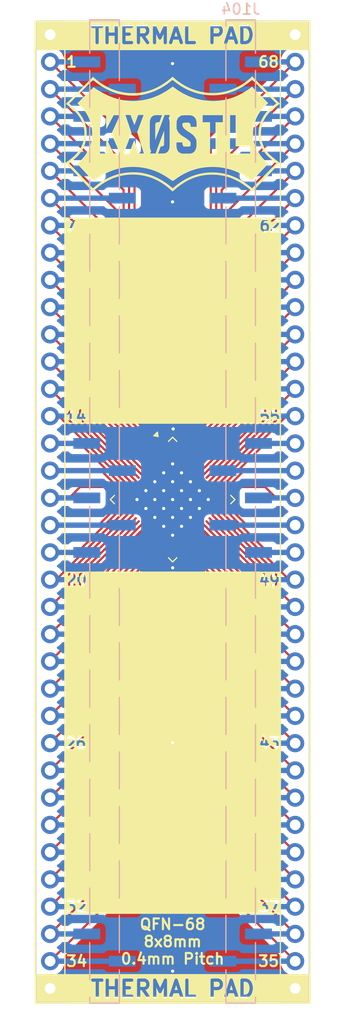
<source format=kicad_pcb>
(kicad_pcb (version 20241229) (generator "pcbnew") (generator_version "9.0")
  (layers (0 "F.Cu" signal) (2 "B.Cu" signal) (13 "F.Paste" user) (15 "B.Paste" user) (5 "F.SilkS" user "F.Silkscreen") (7 "B.SilkS" user "B.Silkscreen") (1 "F.Mask" user) (3 "B.Mask" user) (25 "Edge.Cuts" user))
  (net 0 "")
  (net 1 "/69")
  (net 2 "/27")
  (net 3 "/10")
  (net 4 "/3")
  (net 5 "/6")
  (net 6 "/8")
  (net 7 "/1")
  (net 8 "/31")
  (net 9 "/7")
  (net 10 "/28")
  (net 11 "/2")
  (net 12 "/32")
  (net 13 "/24")
  (net 14 "/23")
  (net 15 "/19")
  (net 16 "/20")
  (net 17 "/18")
  (net 18 "/9")
  (net 19 "/14")
  (net 20 "/34")
  (net 21 "/26")
  (net 22 "/21")
  (net 23 "/16")
  (net 24 "/29")
  (net 25 "/15")
  (net 26 "/25")
  (net 27 "/30")
  (net 28 "/33")
  (net 29 "/17")
  (net 30 "/5")
  (net 31 "/4")
  (net 32 "/13")
  (net 33 "/12")
  (net 34 "/11")
  (net 35 "/22")
  (net 36 "/52")
  (net 37 "/64")
  (net 38 "/43")
  (net 39 "/40")
  (net 40 "/56")
  (net 41 "/57")
  (net 42 "/59")
  (net 43 "/66")
  (net 44 "/54")
  (net 45 "/41")
  (net 46 "/60")
  (net 47 "/55")
  (net 48 "/48")
  (net 49 "/68")
  (net 50 "/35")
  (net 51 "/37")
  (net 52 "/67")
  (net 53 "/53")
  (net 54 "/51")
  (net 55 "/49")
  (net 56 "/45")
  (net 57 "/63")
  (net 58 "/47")
  (net 59 "/39")
  (net 60 "/65")
  (net 61 "/46")
  (net 62 "/44")
  (net 63 "/58")
  (net 64 "/42")
  (net 65 "/62")
  (net 66 "/38")
  (net 67 "/61")
  (net 68 "/36")
  (net 69 "/50")
  (footprint "Package_DFN_QFN:QFN-68-1EP_8x8mm_P0.4mm_EP5.2x5.2mm_ThermalVias" (layer "F.Cu") (at 138.43 119.534679 -45)
    (property "Reference" "U101" (hide yes))
    (property "Value" "QFN-68")
  )
  (footprint "libraries:LogoSmall" (layer "F.Cu") (at 138.43 85.457121)
    (property "Reference" "G***" (hide yes))
    (property "Value" "LOGO" (hide yes))
  )
  (footprint "Connector_PinHeader_2.54mm:PinHeader_1x36_P2.54mm_Vertical" (layer "F.Cu") (at 127 76.2)
    (property "Reference" "J101" (hide yes))
    (property "Value" "Conn_01x36")
  )
  (footprint "Connector_PinHeader_2.54mm:PinHeader_1x36_P2.54mm_Vertical" (layer "F.Cu") (at 149.86 76.2)
    (property "Reference" "J102" (hide yes))
    (property "Value" "Conn_01x36")
  )
  (footprint "Connector_PinHeader_2.54mm:PinHeader_1x36_P2.54mm_Vertical_SMD_Pin1Left" (layer "B.Cu") (at 132.08 120.65 180)
    (property "Reference" "J103" (hide yes))
    (property "Value" "Conn_01x36")
  )
  (footprint "Connector_PinHeader_2.54mm:PinHeader_1x36_P2.54mm_Vertical_SMD_Pin1Right" (layer "B.Cu") (at 144.78 120.65 180)
    (property "Reference" "J104")
    (property "Value" "Conn_01x36")
  )
  (gr_rect (start 129.42 93.3) (end 131.52 95.3) (stroke (width 0.1)) (fill yes) (layer "F.SilkS"))
  (gr_rect (start 146.067 74.93) (end 151.24 77.59725) (stroke (width 0.1)) (fill yes) (layer "F.SilkS"))
  (gr_rect (start 128.443605 142.855) (end 148.411941 156.75) (stroke (width 0.1)) (fill yes) (layer "F.SilkS"))
  (gr_rect (start 130.41 93.3) (end 146.56 112.42) (stroke (width 0.1)) (fill yes) (layer "F.SilkS"))
  (gr_rect (start 125.62 163.81275) (end 130.6915 166.48) (stroke (width 0.1)) (fill yes) (layer "F.SilkS"))
  (gr_rect (start 130.375832 126.29) (end 146.474168 158.1) (stroke (width 0.1)) (fill yes) (layer "F.SilkS"))
  (gr_rect (start 128.435832 127.69) (end 148.404168 141.475) (stroke (width 0.1)) (fill yes) (layer "F.SilkS"))
  (gr_rect (start 130.5645 163.81275) (end 146.87125 164.09215) (stroke (width 0.1)) (fill yes) (layer "F.SilkS"))
  (gr_rect (start 130.49675 77.19085) (end 146.1685 77.59725) (stroke (width 0.1)) (fill yes) (layer "F.SilkS"))
  (gr_rect (start 130.2935 74.93) (end 147.48925 75.2094) (stroke (width 0.1)) (fill yes) (layer "F.SilkS"))
  (gr_rect (start 146.0585 163.81275) (end 151.257 166.48) (stroke (width 0.1)) (fill yes) (layer "F.SilkS"))
  (gr_rect (start 128.417739 94.66) (end 148.458532 111.01) (stroke (width 0.1)) (fill yes) (layer "F.SilkS"))
  (gr_rect (start 129.87875 166.0736) (end 146.4395 166.48) (stroke (width 0.1)) (fill yes) (layer "F.SilkS"))
  (gr_rect (start 125.603 74.93) (end 130.73375 77.59725) (stroke (width 0.1)) (fill yes) (layer "F.SilkS"))
  (gr_rect (start 125.73 74.93) (end 151.13 166.37) (stroke (width 0.05)) (fill no) (layer "Edge.Cuts"))
  (gr_text "62" (at 148.587739 94.012949 0) (layer "F.SilkS" knockout) (effects (font (size 1 1) (thickness 0.2) (bold yes)) (justify right)))
  (gr_text "1" (at 128.397 78.74 0) (layer "F.SilkS") (effects (font (size 1 1) (thickness 0.2) (bold yes)) (justify left)))
  (gr_text "7" (at 128.31 94.01 0) (layer "F.SilkS" knockout) (effects (font (size 1 1) (thickness 0.2) (bold yes)) (justify left)))
  (gr_text "37" (at 148.51 157.49 0) (layer "F.SilkS" knockout) (effects (font (size 1 1) (thickness 0.2) (bold yes)) (justify right)))
  (gr_text "35" (at 148.463 162.56 0) (layer "F.SilkS") (effects (font (size 1 1) (thickness 0.2) (bold yes)) (justify right)))
  (gr_text "43" (at 148.54 142.22 0) (layer "F.SilkS" knockout) (effects (font (size 1 1) (thickness 0.2) (bold yes)) (justify right)))
  (gr_text "34" (at 128.397 162.56 0) (layer "F.SilkS") (effects (font (size 1 1) (thickness 0.2) (bold yes)) (justify left)))
  (gr_text "THERMAL PAD" (at 138.4215 76.263625 0) (layer "F.SilkS" knockout) (effects (font (size 1.5 1.5) (thickness 0.3))))
  (gr_text "55" (at 148.587739 111.81 0) (layer "F.SilkS" knockout) (effects (font (size 1 1) (thickness 0.2) (bold yes)) (justify right)))
  (gr_text "QFN-68\n8x8mm\n0.4mm Pitch" (at 138.43 162.928819 0) (layer "F.SilkS") (effects (font (size 1 1) (thickness 0.2) (bold yes)) (justify bottom)))
  (gr_text "32" (at 128.364 157.49 0) (layer "F.SilkS" knockout) (effects (font (size 1 1) (thickness 0.2) (bold yes)) (justify left)))
  (gr_text "26" (at 128.31 142.24 0) (layer "F.SilkS" knockout) (effects (font (size 1 1) (thickness 0.2) (bold yes)) (justify left)))
  (gr_text "49" (at 148.54 127.06 0) (layer "F.SilkS" knockout) (effects (font (size 1 1) (thickness 0.2) (bold yes)) (justify right)))
  (gr_text "THERMAL PAD" (at 138.4385 165.146375 0) (layer "F.SilkS" knockout) (effects (font (size 1.5 1.5) (thickness 0.3))))
  (gr_text "68" (at 148.463 78.74 0) (layer "F.SilkS") (effects (font (size 1 1) (thickness 0.2) (bold yes)) (justify right)))
  (gr_text "20" (at 128.37 127.01 0) (layer "F.SilkS" knockout) (effects (font (size 1 1) (thickness 0.2) (bold yes)) (justify left)))
  (gr_text "14" (at 128.31 111.807051 0) (layer "F.SilkS" knockout) (effects (font (size 1 1) (thickness 0.2) (bold yes)) (justify left)))
  (segment (start 127 165.1) (end 130.425 165.1) (width 0.5) (layer "B.Cu") (net 1))
  (segment (start 143.125 76.2) (end 149.86 76.2) (width 0.5) (layer "B.Cu") (net 1))
  (segment (start 133.735 76.2) (end 127 76.2) (width 0.5) (layer "B.Cu") (net 1))
  (segment (start 146.435 165.1) (end 149.86 165.1) (width 0.5) (layer "B.Cu") (net 1))
  (segment (start 131.826 139.954) (end 127 144.78) (width 0.2) (layer "F.Cu") (net 2))
  (segment (start 135.749005 122.78136) (end 131.826 126.704365) (width 0.2) (layer "F.Cu") (net 2))
  (segment (start 131.826 126.704365) (end 131.826 139.954) (width 0.2) (layer "F.Cu") (net 2))
  (segment (start 130.425 144.78) (end 127 144.78) (width 0.5) (layer "B.Cu") (net 2))
  (segment (start 135.183319 116.853684) (end 130.302 111.972365) (width 0.2) (layer "F.Cu") (net 3))
  (segment (start 130.302 104.902) (end 127 101.6) (width 0.2) (layer "F.Cu") (net 3))
  (segment (start 130.302 111.972365) (end 130.302 104.902) (width 0.2) (layer "F.Cu") (net 3))
  (segment (start 133.735 101.6) (end 127 101.6) (width 0.5) (layer "B.Cu") (net 3))
  (segment (start 133.858 90.678) (end 127 83.82) (width 0.2) (layer "F.Cu") (net 4))
  (segment (start 133.858 111.568567) (end 133.858 90.678) (width 0.2) (layer "F.Cu") (net 4))
  (segment (start 137.163218 114.873785) (end 133.858 111.568567) (width 0.2) (layer "F.Cu") (net 4))
  (segment (start 127 83.82) (end 130.425 83.82) (width 0.5) (layer "B.Cu") (net 4))
  (segment (start 132.334 96.774) (end 127 91.44) (width 0.2) (layer "F.Cu") (net 5))
  (segment (start 136.31469 115.722313) (end 132.334 111.741623) (width 0.2) (layer "F.Cu") (net 5))
  (segment (start 132.334 111.741623) (end 132.334 96.774) (width 0.2) (layer "F.Cu") (net 5))
  (segment (start 133.735 91.44) (end 127 91.44) (width 0.5) (layer "B.Cu") (net 5))
  (segment (start 135.749005 116.287998) (end 131.318 111.856993) (width 0.2) (layer "F.Cu") (net 6))
  (segment (start 131.318 111.856993) (end 131.318 100.838) (width 0.2) (layer "F.Cu") (net 6))
  (segment (start 131.318 100.838) (end 127 96.52) (width 0.2) (layer "F.Cu") (net 6))
  (segment (start 133.735 96.52) (end 127 96.52) (width 0.5) (layer "B.Cu") (net 6))
  (segment (start 134.874 111.453195) (end 134.874 86.614) (width 0.2) (layer "F.Cu") (net 7))
  (segment (start 134.874 86.614) (end 127 78.74) (width 0.2) (layer "F.Cu") (net 7))
  (segment (start 137.728904 114.308099) (end 134.874 111.453195) (width 0.2) (layer "F.Cu") (net 7))
  (segment (start 130.425 78.74) (end 127 78.74) (width 0.5) (layer "B.Cu") (net 7))
  (segment (start 133.858 126.935107) (end 133.858 148.082) (width 0.2) (layer "F.Cu") (net 8))
  (segment (start 133.858 148.082) (end 127 154.94) (width 0.2) (layer "F.Cu") (net 8))
  (segment (start 136.880376 123.912731) (end 133.858 126.935107) (width 0.2) (layer "F.Cu") (net 8))
  (segment (start 127 154.94) (end 130.425 154.94) (width 0.5) (layer "B.Cu") (net 8))
  (segment (start 131.826 111.799309) (end 131.826 98.806) (width 0.2) (layer "F.Cu") (net 9))
  (segment (start 136.031847 116.005156) (end 131.826 111.799309) (width 0.2) (layer "F.Cu") (net 9))
  (segment (start 131.826 98.806) (end 127 93.98) (width 0.2) (layer "F.Cu") (net 9))
  (segment (start 127 93.98) (end 130.425 93.98) (width 0.5) (layer "B.Cu") (net 9))
  (segment (start 132.334 126.762049) (end 132.334 141.986) (width 0.2) (layer "F.Cu") (net 10))
  (segment (start 136.031847 123.064202) (end 132.334 126.762049) (width 0.2) (layer "F.Cu") (net 10))
  (segment (start 132.334 141.986) (end 127 147.32) (width 0.2) (layer "F.Cu") (net 10))
  (segment (start 133.735 147.32) (end 127 147.32) (width 0.5) (layer "B.Cu") (net 10))
  (segment (start 137.446061 114.590942) (end 134.366 111.510881) (width 0.2) (layer "F.Cu") (net 11))
  (segment (start 134.366 111.510881) (end 134.366 88.646) (width 0.2) (layer "F.Cu") (net 11))
  (segment (start 134.366 88.646) (end 127 81.28) (width 0.2) (layer "F.Cu") (net 11))
  (segment (start 133.735 81.28) (end 127 81.28) (width 0.5) (layer "B.Cu") (net 11))
  (segment (start 134.366 126.992791) (end 134.366 150.114) (width 0.2) (layer "F.Cu") (net 12))
  (segment (start 134.366 150.114) (end 127 157.48) (width 0.2) (layer "F.Cu") (net 12))
  (segment (start 137.163218 124.195573) (end 134.366 126.992791) (width 0.2) (layer "F.Cu") (net 12))
  (segment (start 133.735 157.48) (end 127 157.48) (width 0.5) (layer "B.Cu") (net 12))
  (segment (start 130.302 126.531309) (end 130.302 133.858) (width 0.2) (layer "F.Cu") (net 13))
  (segment (start 134.900477 121.932832) (end 130.302 126.531309) (width 0.2) (layer "F.Cu") (net 13))
  (segment (start 130.302 133.858) (end 127 137.16) (width 0.2) (layer "F.Cu") (net 13))
  (segment (start 127 137.16) (end 133.735 137.16) (width 0.5) (layer "B.Cu") (net 13))
  (segment (start 134.617634 121.649989) (end 129.794 126.473623) (width 0.2) (layer "F.Cu") (net 14))
  (segment (start 129.794 131.826) (end 127 134.62) (width 0.2) (layer "F.Cu") (net 14))
  (segment (start 129.794 126.473623) (end 129.794 131.826) (width 0.2) (layer "F.Cu") (net 14))
  (segment (start 130.425 134.62) (end 127 134.62) (width 0.5) (layer "B.Cu") (net 14))
  (segment (start 133.486263 120.518618) (end 129.544881 124.46) (width 0.2) (layer "F.Cu") (net 15))
  (segment (start 129.544881 124.46) (end 127 124.46) (width 0.2) (layer "F.Cu") (net 15))
  (segment (start 130.425 124.46) (end 127 124.46) (width 0.5) (layer "B.Cu") (net 15))
  (segment (start 133.769106 120.801461) (end 127.570567 127) (width 0.2) (layer "F.Cu") (net 16))
  (segment (start 127.570567 127) (end 127 127) (width 0.2) (layer "F.Cu") (net 16))
  (segment (start 127 127) (end 133.735 127) (width 0.5) (layer "B.Cu") (net 16))
  (segment (start 131.519195 121.92) (end 127 121.92) (width 0.2) (layer "F.Cu") (net 17))
  (segment (start 133.20342 120.235775) (end 131.519195 121.92) (width 0.2) (layer "F.Cu") (net 17))
  (segment (start 127 121.92) (end 133.735 121.92) (width 0.5) (layer "B.Cu") (net 17))
  (segment (start 130.81 102.87) (end 127 99.06) (width 0.2) (layer "F.Cu") (net 18))
  (segment (start 135.466162 116.570841) (end 130.81 111.914679) (width 0.2) (layer "F.Cu") (net 18))
  (segment (start 130.81 111.914679) (end 130.81 102.87) (width 0.2) (layer "F.Cu") (net 18))
  (segment (start 127 99.06) (end 130.425 99.06) (width 0.5) (layer "B.Cu") (net 18))
  (segment (start 127.826893 111.76) (end 127 111.76) (width 0.2) (layer "F.Cu") (net 19))
  (segment (start 134.051948 117.985055) (end 127.826893 111.76) (width 0.2) (layer "F.Cu") (net 19))
  (segment (start 127 111.76) (end 133.735 111.76) (width 0.5) (layer "B.Cu") (net 19))
  (segment (start 137.728904 124.761259) (end 135.382 127.108163) (width 0.2) (layer "F.Cu") (net 20))
  (segment (start 135.382 154.178) (end 127 162.56) (width 0.2) (layer "F.Cu") (net 20))
  (segment (start 135.382 127.108163) (end 135.382 154.178) (width 0.2) (layer "F.Cu") (net 20))
  (segment (start 133.735 162.56) (end 127 162.56) (width 0.5) (layer "B.Cu") (net 20))
  (segment (start 131.318 137.922) (end 127 142.24) (width 0.2) (layer "F.Cu") (net 21))
  (segment (start 135.466162 122.498517) (end 131.318 126.646679) (width 0.2) (layer "F.Cu") (net 21))
  (segment (start 131.318 126.646679) (end 131.318 137.922) (width 0.2) (layer "F.Cu") (net 21))
  (segment (start 127 142.24) (end 133.735 142.24) (width 0.5) (layer "B.Cu") (net 21))
  (segment (start 128.778 127.762) (end 127 129.54) (width 0.2) (layer "F.Cu") (net 22))
  (segment (start 128.778 126.358251) (end 128.778 127.762) (width 0.2) (layer "F.Cu") (net 22))
  (segment (start 134.051948 121.084303) (end 128.778 126.358251) (width 0.2) (layer "F.Cu") (net 22))
  (via (at 138.42 78.9) (size 0.6) (drill 0.3) (layers "F.Cu" "B.Cu") (net 22))
  (via (at 138.432469 125.894139) (size 0.6) (drill 0.3) (layers "F.Cu" "B.Cu") (net 22))
  (via (at 138.48 112.95) (size 0.6) (drill 0.3) (layers "F.Cu" "B.Cu") (net 22))
  (via (at 138.42 91.79) (size 0.6) (drill 0.3) (layers "F.Cu" "B.Cu") (net 22))
  (via (at 138.43 163.49) (size 0.6) (drill 0.3) (layers "F.Cu" "B.Cu") (net 22))
  (via (at 138.425 142.195) (size 0.6) (drill 0.3) (layers "F.Cu" "B.Cu") (net 22))
  (segment (start 130.425 129.54) (end 127 129.54) (width 0.5) (layer "B.Cu") (net 22))
  (segment (start 133.486263 118.55074) (end 131.775523 116.84) (width 0.2) (layer "F.Cu") (net 23))
  (segment (start 131.775523 116.84) (end 127 116.84) (width 0.2) (layer "F.Cu") (net 23))
  (segment (start 127 116.84) (end 133.735 116.84) (width 0.5) (layer "B.Cu") (net 23))
  (segment (start 132.842 126.819735) (end 132.842 144.018) (width 0.2) (layer "F.Cu") (net 24))
  (segment (start 132.842 144.018) (end 127 149.86) (width 0.2) (layer "F.Cu") (net 24))
  (segment (start 136.31469 123.347045) (end 132.842 126.819735) (width 0.2) (layer "F.Cu") (net 24))
  (segment (start 127 149.86) (end 130.425 149.86) (width 0.5) (layer "B.Cu") (net 24))
  (segment (start 133.769106 118.267897) (end 129.801209 114.3) (width 0.2) (layer "F.Cu") (net 25))
  (segment (start 129.801209 114.3) (end 127 114.3) (width 0.2) (layer "F.Cu") (net 25))
  (segment (start 130.425 114.3) (end 127 114.3) (width 0.5) (layer "B.Cu") (net 25))
  (segment (start 130.81 135.89) (end 127 139.7) (width 0.2) (layer "F.Cu") (net 26))
  (segment (start 130.81 126.588993) (end 130.81 135.89) (width 0.2) (layer "F.Cu") (net 26))
  (segment (start 135.183319 122.215674) (end 130.81 126.588993) (width 0.2) (layer "F.Cu") (net 26))
  (segment (start 130.425 139.7) (end 127 139.7) (width 0.5) (layer "B.Cu") (net 26))
  (segment (start 133.35 126.877421) (end 133.35 146.05) (width 0.2) (layer "F.Cu") (net 27))
  (segment (start 136.597533 123.629888) (end 133.35 126.877421) (width 0.2) (layer "F.Cu") (net 27))
  (segment (start 133.35 146.05) (end 127 152.4) (width 0.2) (layer "F.Cu") (net 27))
  (segment (start 133.735 152.4) (end 127 152.4) (width 0.5) (layer "B.Cu") (net 27))
  (segment (start 134.874 152.146) (end 127 160.02) (width 0.2) (layer "F.Cu") (net 28))
  (segment (start 137.446061 124.478416) (end 134.874 127.050477) (width 0.2) (layer "F.Cu") (net 28))
  (segment (start 134.874 127.050477) (end 134.874 152.146) (width 0.2) (layer "F.Cu") (net 28))
  (segment (start 127 160.02) (end 130.425 160.02) (width 0.5) (layer "B.Cu") (net 28))
  (segment (start 129.794 118.364) (end 128.778 119.38) (width 0.2) (layer "F.Cu") (net 29))
  (segment (start 128.778 119.38) (end 127 119.38) (width 0.2) (layer "F.Cu") (net 29))
  (segment (start 132.733837 118.364) (end 129.794 118.364) (width 0.2) (layer "F.Cu") (net 29))
  (segment (start 133.20342 118.833583) (end 132.733837 118.364) (width 0.2) (layer "F.Cu") (net 29))
  (segment (start 130.425 119.38) (end 127 119.38) (width 0.5) (layer "B.Cu") (net 29))
  (segment (start 132.842 94.742) (end 127 88.9) (width 0.2) (layer "F.Cu") (net 30))
  (segment (start 136.597533 115.43947) (end 132.842 111.683937) (width 0.2) (layer "F.Cu") (net 30))
  (segment (start 132.842 111.683937) (end 132.842 94.742) (width 0.2) (layer "F.Cu") (net 30))
  (segment (start 127 88.9) (end 130.425 88.9) (width 0.5) (layer "B.Cu") (net 30))
  (segment (start 133.35 92.71) (end 127 86.36) (width 0.2) (layer "F.Cu") (net 31))
  (segment (start 136.880376 115.156627) (end 133.35 111.626251) (width 0.2) (layer "F.Cu") (net 31))
  (segment (start 133.35 111.626251) (end 133.35 92.71) (width 0.2) (layer "F.Cu") (net 31))
  (segment (start 133.735 86.36) (end 127 86.36) (width 0.5) (layer "B.Cu") (net 31))
  (segment (start 134.334791 117.702212) (end 128.778 112.145421) (width 0.2) (layer "F.Cu") (net 32))
  (segment (start 128.778 112.145421) (end 128.778 110.998) (width 0.2) (layer "F.Cu") (net 32))
  (segment (start 128.778 110.998) (end 127 109.22) (width 0.2) (layer "F.Cu") (net 32))
  (segment (start 130.425 109.22) (end 127 109.22) (width 0.5) (layer "B.Cu") (net 32))
  (segment (start 134.617634 117.419369) (end 129.286 112.087735) (width 0.2) (layer "F.Cu") (net 33))
  (segment (start 129.286 112.087735) (end 129.286 108.966) (width 0.2) (layer "F.Cu") (net 33))
  (segment (start 129.286 108.966) (end 127 106.68) (width 0.2) (layer "F.Cu") (net 33))
  (segment (start 127 106.68) (end 133.735 106.68) (width 0.5) (layer "B.Cu") (net 33))
  (segment (start 129.794 112.030049) (end 129.794 106.934) (width 0.2) (layer "F.Cu") (net 34))
  (segment (start 134.900477 117.136526) (end 129.794 112.030049) (width 0.2) (layer "F.Cu") (net 34))
  (segment (start 129.794 106.934) (end 127 104.14) (width 0.2) (layer "F.Cu") (net 34))
  (segment (start 127 104.14) (end 130.425 104.14) (width 0.5) (layer "B.Cu") (net 34))
  (segment (start 134.334791 121.367146) (end 129.286 126.415937) (width 0.2) (layer "F.Cu") (net 35))
  (segment (start 129.286 126.415937) (end 129.286 129.794) (width 0.2) (layer "F.Cu") (net 35))
  (segment (start 129.286 129.794) (end 127 132.08) (width 0.2) (layer "F.Cu") (net 35))
  (segment (start 127 132.08) (end 133.735 132.08) (width 0.5) (layer "B.Cu") (net 35))
  (segment (start 147.066 118.364) (end 148.082 119.38) (width 0.2) (layer "F.Cu") (net 36))
  (segment (start 144.126163 118.364) (end 147.066 118.364) (width 0.2) (layer "F.Cu") (net 36))
  (segment (start 148.082 119.38) (end 149.86 119.38) (width 0.2) (layer "F.Cu") (net 36))
  (segment (start 143.65658 118.833583) (end 144.126163 118.364) (width 0.2) (layer "F.Cu") (net 36))
  (segment (start 146.435 119.38) (end 149.86 119.38) (width 0.5) (layer "B.Cu") (net 36))
  (segment (start 144.018 94.742) (end 149.86 88.9) (width 0.2) (layer "F.Cu") (net 37))
  (segment (start 144.018 111.683937) (end 144.018 94.742) (width 0.2) (layer "F.Cu") (net 37))
  (segment (start 140.262467 115.43947) (end 144.018 111.683937) (width 0.2) (layer "F.Cu") (net 37))
  (segment (start 146.435 88.9) (end 149.86 88.9) (width 0.5) (layer "B.Cu") (net 37))
  (segment (start 145.542 137.922) (end 149.86 142.24) (width 0.2) (layer "F.Cu") (net 38))
  (segment (start 141.393838 122.498517) (end 145.542 126.646679) (width 0.2) (layer "F.Cu") (net 38))
  (segment (start 145.542 126.646679) (end 145.542 137.922) (width 0.2) (layer "F.Cu") (net 38))
  (segment (start 143.125 142.24) (end 149.86 142.24) (width 0.5) (layer "B.Cu") (net 38))
  (segment (start 140.54531 123.347045) (end 144.018 126.819735) (width 0.2) (layer "F.Cu") (net 39))
  (segment (start 144.018 126.819735) (end 144.018 144.018) (width 0.2) (layer "F.Cu") (net 39))
  (segment (start 144.018 144.018) (end 149.86 149.86) (width 0.2) (layer "F.Cu") (net 39))
  (segment (start 146.435 149.86) (end 149.86 149.86) (width 0.5) (layer "B.Cu") (net 39))
  (segment (start 142.525209 117.702212) (end 148.082 112.145421) (width 0.2) (layer "F.Cu") (net 40))
  (segment (start 148.082 110.998) (end 149.86 109.22) (width 0.2) (layer "F.Cu") (net 40))
  (segment (start 148.082 112.145421) (end 148.082 110.998) (width 0.2) (layer "F.Cu") (net 40))
  (segment (start 146.435 109.22) (end 149.86 109.22) (width 0.5) (layer "B.Cu") (net 40))
  (segment (start 142.242366 117.419369) (end 147.574 112.087735) (width 0.2) (layer "F.Cu") (net 41))
  (segment (start 147.574 108.966) (end 149.86 106.68) (width 0.2) (layer "F.Cu") (net 41))
  (segment (start 147.574 112.087735) (end 147.574 108.966) (width 0.2) (layer "F.Cu") (net 41))
  (segment (start 143.125 106.68) (end 149.86 106.68) (width 0.5) (layer "B.Cu") (net 41))
  (segment (start 146.558 104.902) (end 149.86 101.6) (width 0.2) (layer "F.Cu") (net 42))
  (segment (start 146.558 111.972365) (end 146.558 104.902) (width 0.2) (layer "F.Cu") (net 42))
  (segment (start 141.676681 116.853684) (end 146.558 111.972365) (width 0.2) (layer "F.Cu") (net 42))
  (segment (start 143.125 101.6) (end 149.86 101.6) (width 0.5) (layer "B.Cu") (net 42))
  (segment (start 139.696782 114.873785) (end 143.002 111.568567) (width 0.2) (layer "F.Cu") (net 43))
  (segment (start 143.002 90.678) (end 149.86 83.82) (width 0.2) (layer "F.Cu") (net 43))
  (segment (start 143.002 111.568567) (end 143.002 90.678) (width 0.2) (layer "F.Cu") (net 43))
  (segment (start 146.435 83.82) (end 149.86 83.82) (width 0.5) (layer "B.Cu") (net 43))
  (segment (start 143.090894 118.267897) (end 147.058791 114.3) (width 0.2) (layer "F.Cu") (net 44))
  (segment (start 147.058791 114.3) (end 149.86 114.3) (width 0.2) (layer "F.Cu") (net 44))
  (segment (start 146.435 114.3) (end 149.86 114.3) (width 0.5) (layer "B.Cu") (net 44))
  (segment (start 140.828153 123.064202) (end 144.526 126.762049) (width 0.2) (layer "F.Cu") (net 45))
  (segment (start 144.526 141.986) (end 149.86 147.32) (width 0.2) (layer "F.Cu") (net 45))
  (segment (start 144.526 126.762049) (end 144.526 141.986) (width 0.2) (layer "F.Cu") (net 45))
  (segment (start 143.125 147.32) (end 149.86 147.32) (width 0.5) (layer "B.Cu") (net 45))
  (segment (start 146.05 102.87) (end 149.86 99.06) (width 0.2) (layer "F.Cu") (net 46))
  (segment (start 146.05 111.914679) (end 146.05 102.87) (width 0.2) (layer "F.Cu") (net 46))
  (segment (start 141.393838 116.570841) (end 146.05 111.914679) (width 0.2) (layer "F.Cu") (net 46))
  (segment (start 146.435 99.06) (end 149.86 99.06) (width 0.5) (layer "B.Cu") (net 46))
  (segment (start 142.808052 117.985055) (end 149.033107 111.76) (width 0.2) (layer "F.Cu") (net 47))
  (segment (start 149.033107 111.76) (end 149.86 111.76) (width 0.2) (layer "F.Cu") (net 47))
  (segment (start 143.125 111.76) (end 149.86 111.76) (width 0.5) (layer "B.Cu") (net 47))
  (segment (start 148.082 126.358251) (end 148.082 127.762) (width 0.2) (layer "F.Cu") (net 48))
  (segment (start 142.808052 121.084303) (end 148.082 126.358251) (width 0.2) (layer "F.Cu") (net 48))
  (segment (start 148.082 127.762) (end 149.86 129.54) (width 0.2) (layer "F.Cu") (net 48))
  (segment (start 146.435 129.54) (end 149.86 129.54) (width 0.5) (layer "B.Cu") (net 48))
  (segment (start 141.986 86.614) (end 149.86 78.74) (width 0.2) (layer "F.Cu") (net 49))
  (segment (start 139.131096 114.308099) (end 141.986 111.453195) (width 0.2) (layer "F.Cu") (net 49))
  (segment (start 141.986 111.453195) (end 141.986 86.614) (width 0.2) (layer "F.Cu") (net 49))
  (segment (start 146.435 78.74) (end 149.86 78.74) (width 0.5) (layer "B.Cu") (net 49))
  (segment (start 139.131096 124.761259) (end 141.478 127.108163) (width 0.2) (layer "F.Cu") (net 50))
  (segment (start 141.478 127.108163) (end 141.478 154.178) (width 0.2) (layer "F.Cu") (net 50))
  (segment (start 141.478 154.178) (end 149.86 162.56) (width 0.2) (layer "F.Cu") (net 50))
  (segment (start 143.125 162.56) (end 149.86 162.56) (width 0.5) (layer "B.Cu") (net 50))
  (segment (start 142.494 126.992791) (end 142.494 150.114) (width 0.2) (layer "F.Cu") (net 51))
  (segment (start 139.696782 124.195573) (end 142.494 126.992791) (width 0.2) (layer "F.Cu") (net 51))
  (segment (start 142.494 150.114) (end 149.86 157.48) (width 0.2) (layer "F.Cu") (net 51))
  (segment (start 143.125 157.48) (end 149.86 157.48) (width 0.5) (layer "B.Cu") (net 51))
  (segment (start 142.494 111.510881) (end 142.494 88.646) (width 0.2) (layer "F.Cu") (net 52))
  (segment (start 139.413939 114.590942) (end 142.494 111.510881) (width 0.2) (layer "F.Cu") (net 52))
  (segment (start 142.494 88.646) (end 149.86 81.28) (width 0.2) (layer "F.Cu") (net 52))
  (segment (start 143.125 81.28) (end 149.86 81.28) (width 0.5) (layer "B.Cu") (net 52))
  (segment (start 145.084477 116.84) (end 149.86 116.84) (width 0.2) (layer "F.Cu") (net 53))
  (segment (start 143.373737 118.55074) (end 145.084477 116.84) (width 0.2) (layer "F.Cu") (net 53))
  (segment (start 143.125 116.84) (end 149.86 116.84) (width 0.5) (layer "B.Cu") (net 53))
  (segment (start 145.340805 121.92) (end 149.86 121.92) (width 0.2) (layer "F.Cu") (net 54))
  (segment (start 143.65658 120.235775) (end 145.340805 121.92) (width 0.2) (layer "F.Cu") (net 54))
  (segment (start 143.125 121.92) (end 149.86 121.92) (width 0.5) (layer "B.Cu") (net 54))
  (segment (start 149.289433 127) (end 149.86 127) (width 0.2) (layer "F.Cu") (net 55))
  (segment (start 143.090894 120.801461) (end 149.289433 127) (width 0.2) (layer "F.Cu") (net 55))
  (segment (start 143.125 127) (end 149.86 127) (width 0.5) (layer "B.Cu") (net 55))
  (segment (start 146.558 126.531309) (end 146.558 133.858) (width 0.2) (layer "F.Cu") (net 56))
  (segment (start 146.558 133.858) (end 149.86 137.16) (width 0.2) (layer "F.Cu") (net 56))
  (segment (start 141.959523 121.932832) (end 146.558 126.531309) (width 0.2) (layer "F.Cu") (net 56))
  (segment (start 143.125 137.16) (end 149.86 137.16) (width 0.5) (layer "B.Cu") (net 56))
  (segment (start 140.54531 115.722313) (end 144.526 111.741623) (width 0.2) (layer "F.Cu") (net 57))
  (segment (start 144.526 111.741623) (end 144.526 96.774) (width 0.2) (layer "F.Cu") (net 57))
  (segment (start 144.526 96.774) (end 149.86 91.44) (width 0.2) (layer "F.Cu") (net 57))
  (segment (start 143.125 91.44) (end 149.86 91.44) (width 0.5) (layer "B.Cu") (net 57))
  (segment (start 147.574 126.415937) (end 147.574 129.794) (width 0.2) (layer "F.Cu") (net 58))
  (segment (start 142.525209 121.367146) (end 147.574 126.415937) (width 0.2) (layer "F.Cu") (net 58))
  (segment (start 147.574 129.794) (end 149.86 132.08) (width 0.2) (layer "F.Cu") (net 58))
  (segment (start 143.125 132.08) (end 149.86 132.08) (width 0.5) (layer "B.Cu") (net 58))
  (segment (start 143.51 126.877421) (end 143.51 146.05) (width 0.2) (layer "F.Cu") (net 59))
  (segment (start 140.262467 123.629888) (end 143.51 126.877421) (width 0.2) (layer "F.Cu") (net 59))
  (segment (start 143.51 146.05) (end 149.86 152.4) (width 0.2) (layer "F.Cu") (net 59))
  (segment (start 143.125 152.4) (end 149.86 152.4) (width 0.5) (layer "B.Cu") (net 59))
  (segment (start 143.51 111.626251) (end 143.51 92.71) (width 0.2) (layer "F.Cu") (net 60))
  (segment (start 143.51 92.71) (end 149.86 86.36) (width 0.2) (layer "F.Cu") (net 60))
  (segment (start 139.979624 115.156627) (end 143.51 111.626251) (width 0.2) (layer "F.Cu") (net 60))
  (segment (start 143.125 86.36) (end 149.86 86.36) (width 0.5) (layer "B.Cu") (net 60))
  (segment (start 142.242366 121.649989) (end 147.066 126.473623) (width 0.2) (layer "F.Cu") (net 61))
  (segment (start 147.066 126.473623) (end 147.066 131.826) (width 0.2) (layer "F.Cu") (net 61))
  (segment (start 147.066 131.826) (end 149.86 134.62) (width 0.2) (layer "F.Cu") (net 61))
  (segment (start 146.435 134.62) (end 149.86 134.62) (width 0.5) (layer "B.Cu") (net 61))
  (segment (start 146.05 126.588993) (end 146.05 135.89) (width 0.2) (layer "F.Cu") (net 62))
  (segment (start 141.676681 122.215674) (end 146.05 126.588993) (width 0.2) (layer "F.Cu") (net 62))
  (segment (start 146.05 135.89) (end 149.86 139.7) (width 0.2) (layer "F.Cu") (net 62))
  (segment (start 146.435 139.7) (end 149.86 139.7) (width 0.5) (layer "B.Cu") (net 62))
  (segment (start 141.959523 117.136526) (end 147.066 112.030049) (width 0.2) (layer "F.Cu") (net 63))
  (segment (start 147.066 106.934) (end 149.86 104.14) (width 0.2) (layer "F.Cu") (net 63))
  (segment (start 147.066 112.030049) (end 147.066 106.934) (width 0.2) (layer "F.Cu") (net 63))
  (segment (start 146.435 104.14) (end 149.86 104.14) (width 0.5) (layer "B.Cu") (net 63))
  (segment (start 141.110995 122.78136) (end 145.034 126.704365) (width 0.2) (layer "F.Cu") (net 64))
  (segment (start 145.034 126.704365) (end 145.034 139.954) (width 0.2) (layer "F.Cu") (net 64))
  (segment (start 145.034 139.954) (end 149.86 144.78) (width 0.2) (layer "F.Cu") (net 64))
  (segment (start 146.435 144.78) (end 149.86 144.78) (width 0.5) (layer "B.Cu") (net 64))
  (segment (start 140.828153 116.005156) (end 145.034 111.799309) (width 0.2) (layer "F.Cu") (net 65))
  (segment (start 145.034 111.799309) (end 145.034 98.806) (width 0.2) (layer "F.Cu") (net 65))
  (segment (start 145.034 98.806) (end 149.86 93.98) (width 0.2) (layer "F.Cu") (net 65))
  (segment (start 146.435 93.98) (end 149.86 93.98) (width 0.5) (layer "B.Cu") (net 65))
  (segment (start 139.979624 123.912731) (end 143.002 126.935107) (width 0.2) (layer "F.Cu") (net 66))
  (segment (start 143.002 126.935107) (end 143.002 148.082) (width 0.2) (layer "F.Cu") (net 66))
  (segment (start 143.002 148.082) (end 149.86 154.94) (width 0.2) (layer "F.Cu") (net 66))
  (segment (start 146.435 154.94) (end 149.86 154.94) (width 0.5) (layer "B.Cu") (net 66))
  (segment (start 145.542 111.856993) (end 145.542 100.838) (width 0.2) (layer "F.Cu") (net 67))
  (segment (start 141.110995 116.287998) (end 145.542 111.856993) (width 0.2) (layer "F.Cu") (net 67))
  (segment (start 145.542 100.838) (end 149.86 96.52) (width 0.2) (layer "F.Cu") (net 67))
  (segment (start 143.125 96.52) (end 149.86 96.52) (width 0.5) (layer "B.Cu") (net 67))
  (segment (start 141.986 152.146) (end 149.86 160.02) (width 0.2) (layer "F.Cu") (net 68))
  (segment (start 141.986 127.050477) (end 141.986 152.146) (width 0.2) (layer "F.Cu") (net 68))
  (segment (start 139.413939 124.478416) (end 141.986 127.050477) (width 0.2) (layer "F.Cu") (net 68))
  (segment (start 146.435 160.02) (end 149.86 160.02) (width 0.5) (layer "B.Cu") (net 68))
  (segment (start 143.373737 120.518618) (end 147.315119 124.46) (width 0.2) (layer "F.Cu") (net 69))
  (segment (start 147.315119 124.46) (end 149.86 124.46) (width 0.2) (layer "F.Cu") (net 69))
  (segment (start 146.435 124.46) (end 149.86 124.46) (width 0.5) (layer "B.Cu") (net 69))
  (zone (net 1) (net_name "/69") (layers "F.Cu" "B.Cu") (priority 1) (connect_pads yes (clearance 0.5)) (min_thickness 0.25) (fill yes (thermal_gap 0.5) (thermal_bridge_width 0.5))
    (polygon (pts (xy 125.73 74.93) (xy 151.13 74.93) (xy 151.13 166.37) (xy 125.73 166.37)))
  )
)
</source>
